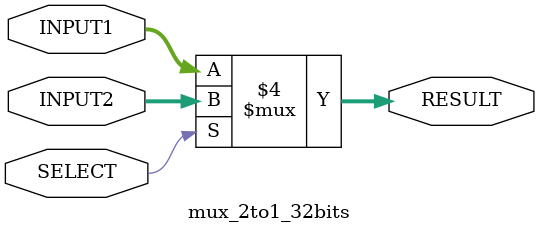
<source format=v>
`timescale 1ns/100ps
module mux_2to1_32bits(RESULT, INPUT1, INPUT2, SELECT);

	// port declarartion
	input [31:0] INPUT1, INPUT2;
	input SELECT;
	output reg [31:0]RESULT;

	always @(*) begin
	
		if( SELECT == 1'b1 )
			
			RESULT = INPUT2;

		else

			RESULT = INPUT1;
	

	end	

endmodule


</source>
